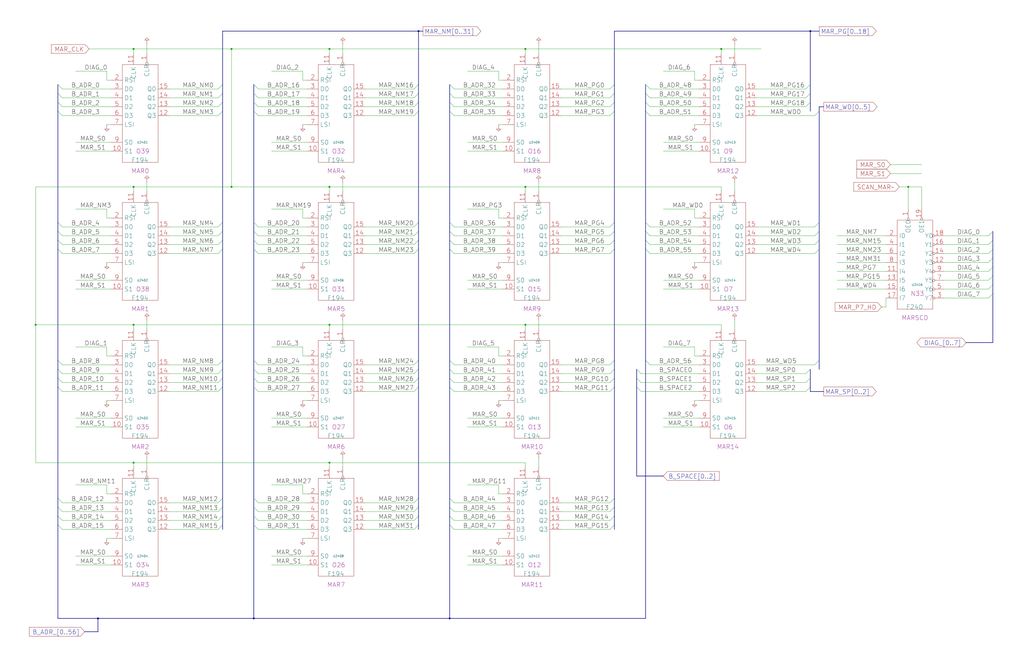
<source format=kicad_sch>
(kicad_sch (version 20220126) (generator eeschema)
  (paper "User" 584.2 378.46)
  (title_block (title "ADDRESS\\nMAR REGISTER") (date "08-MAR-90") (rev "0.0") (comment 1 "MEM32 BOARD") (comment 2 "232-003066") (comment 3 "S400") (comment 4 "RELEASED"))
  (bus (pts (xy 127 127) (xy 127 132.08)))
  (bus (pts (xy 127 132.08) (xy 127 137.16)))
  (bus (pts (xy 127 137.16) (xy 127 142.24)))
  (bus (pts (xy 127 142.24) (xy 127 205.74)))
  (bus (pts (xy 127 17.78) (xy 127 48.26)))
  (bus (pts (xy 127 17.78) (xy 238.76 17.78)))
  (bus (pts (xy 127 205.74) (xy 127 210.82)))
  (bus (pts (xy 127 210.82) (xy 127 215.9)))
  (bus (pts (xy 127 215.9) (xy 127 220.98)))
  (bus (pts (xy 127 220.98) (xy 127 284.48)))
  (bus (pts (xy 127 284.48) (xy 127 289.56)))
  (bus (pts (xy 127 289.56) (xy 127 294.64)))
  (bus (pts (xy 127 294.64) (xy 127 299.72)))
  (bus (pts (xy 127 299.72) (xy 127 302.26)))
  (bus (pts (xy 127 48.26) (xy 127 53.34)))
  (bus (pts (xy 127 53.34) (xy 127 58.42)))
  (bus (pts (xy 127 58.42) (xy 127 63.5)))
  (bus (pts (xy 127 63.5) (xy 127 127)))
  (bus (pts (xy 144.78 127) (xy 144.78 132.08)))
  (bus (pts (xy 144.78 132.08) (xy 144.78 137.16)))
  (bus (pts (xy 144.78 137.16) (xy 144.78 142.24)))
  (bus (pts (xy 144.78 142.24) (xy 144.78 205.74)))
  (bus (pts (xy 144.78 205.74) (xy 144.78 210.82)))
  (bus (pts (xy 144.78 210.82) (xy 144.78 215.9)))
  (bus (pts (xy 144.78 215.9) (xy 144.78 220.98)))
  (bus (pts (xy 144.78 220.98) (xy 144.78 284.48)))
  (bus (pts (xy 144.78 284.48) (xy 144.78 289.56)))
  (bus (pts (xy 144.78 289.56) (xy 144.78 294.64)))
  (bus (pts (xy 144.78 294.64) (xy 144.78 299.72)))
  (bus (pts (xy 144.78 299.72) (xy 144.78 353.06)))
  (bus (pts (xy 144.78 353.06) (xy 256.54 353.06)))
  (bus (pts (xy 144.78 48.26) (xy 144.78 53.34)))
  (bus (pts (xy 144.78 53.34) (xy 144.78 58.42)))
  (bus (pts (xy 144.78 58.42) (xy 144.78 63.5)))
  (bus (pts (xy 144.78 63.5) (xy 144.78 127)))
  (bus (pts (xy 238.76 127) (xy 238.76 132.08)))
  (bus (pts (xy 238.76 132.08) (xy 238.76 137.16)))
  (bus (pts (xy 238.76 137.16) (xy 238.76 142.24)))
  (bus (pts (xy 238.76 142.24) (xy 238.76 205.74)))
  (bus (pts (xy 238.76 17.78) (xy 238.76 48.26)))
  (bus (pts (xy 238.76 17.78) (xy 241.3 17.78)))
  (bus (pts (xy 238.76 205.74) (xy 238.76 210.82)))
  (bus (pts (xy 238.76 210.82) (xy 238.76 215.9)))
  (bus (pts (xy 238.76 215.9) (xy 238.76 220.98)))
  (bus (pts (xy 238.76 220.98) (xy 238.76 284.48)))
  (bus (pts (xy 238.76 284.48) (xy 238.76 289.56)))
  (bus (pts (xy 238.76 289.56) (xy 238.76 294.64)))
  (bus (pts (xy 238.76 294.64) (xy 238.76 299.72)))
  (bus (pts (xy 238.76 299.72) (xy 238.76 302.26)))
  (bus (pts (xy 238.76 48.26) (xy 238.76 53.34)))
  (bus (pts (xy 238.76 53.34) (xy 238.76 58.42)))
  (bus (pts (xy 238.76 58.42) (xy 238.76 63.5)))
  (bus (pts (xy 238.76 63.5) (xy 238.76 127)))
  (bus (pts (xy 256.54 127) (xy 256.54 132.08)))
  (bus (pts (xy 256.54 132.08) (xy 256.54 137.16)))
  (bus (pts (xy 256.54 137.16) (xy 256.54 142.24)))
  (bus (pts (xy 256.54 142.24) (xy 256.54 205.74)))
  (bus (pts (xy 256.54 205.74) (xy 256.54 210.82)))
  (bus (pts (xy 256.54 210.82) (xy 256.54 215.9)))
  (bus (pts (xy 256.54 215.9) (xy 256.54 220.98)))
  (bus (pts (xy 256.54 220.98) (xy 256.54 284.48)))
  (bus (pts (xy 256.54 284.48) (xy 256.54 289.56)))
  (bus (pts (xy 256.54 289.56) (xy 256.54 294.64)))
  (bus (pts (xy 256.54 294.64) (xy 256.54 299.72)))
  (bus (pts (xy 256.54 299.72) (xy 256.54 353.06)))
  (bus (pts (xy 256.54 353.06) (xy 368.3 353.06)))
  (bus (pts (xy 256.54 48.26) (xy 256.54 53.34)))
  (bus (pts (xy 256.54 53.34) (xy 256.54 58.42)))
  (bus (pts (xy 256.54 58.42) (xy 256.54 63.5)))
  (bus (pts (xy 256.54 63.5) (xy 256.54 127)))
  (bus (pts (xy 33.02 127) (xy 33.02 132.08)))
  (bus (pts (xy 33.02 132.08) (xy 33.02 137.16)))
  (bus (pts (xy 33.02 137.16) (xy 33.02 142.24)))
  (bus (pts (xy 33.02 142.24) (xy 33.02 205.74)))
  (bus (pts (xy 33.02 205.74) (xy 33.02 210.82)))
  (bus (pts (xy 33.02 210.82) (xy 33.02 215.9)))
  (bus (pts (xy 33.02 215.9) (xy 33.02 220.98)))
  (bus (pts (xy 33.02 220.98) (xy 33.02 284.48)))
  (bus (pts (xy 33.02 284.48) (xy 33.02 289.56)))
  (bus (pts (xy 33.02 289.56) (xy 33.02 294.64)))
  (bus (pts (xy 33.02 294.64) (xy 33.02 299.72)))
  (bus (pts (xy 33.02 299.72) (xy 33.02 353.06)))
  (bus (pts (xy 33.02 353.06) (xy 55.88 353.06)))
  (bus (pts (xy 33.02 48.26) (xy 33.02 53.34)))
  (bus (pts (xy 33.02 53.34) (xy 33.02 58.42)))
  (bus (pts (xy 33.02 58.42) (xy 33.02 63.5)))
  (bus (pts (xy 33.02 63.5) (xy 33.02 127)))
  (bus (pts (xy 350.52 127) (xy 350.52 132.08)))
  (bus (pts (xy 350.52 132.08) (xy 350.52 137.16)))
  (bus (pts (xy 350.52 137.16) (xy 350.52 142.24)))
  (bus (pts (xy 350.52 142.24) (xy 350.52 205.74)))
  (bus (pts (xy 350.52 17.78) (xy 350.52 48.26)))
  (bus (pts (xy 350.52 17.78) (xy 462.28 17.78)))
  (bus (pts (xy 350.52 205.74) (xy 350.52 210.82)))
  (bus (pts (xy 350.52 210.82) (xy 350.52 215.9)))
  (bus (pts (xy 350.52 215.9) (xy 350.52 220.98)))
  (bus (pts (xy 350.52 220.98) (xy 350.52 284.48)))
  (bus (pts (xy 350.52 284.48) (xy 350.52 289.56)))
  (bus (pts (xy 350.52 289.56) (xy 350.52 294.64)))
  (bus (pts (xy 350.52 294.64) (xy 350.52 299.72)))
  (bus (pts (xy 350.52 299.72) (xy 350.52 302.26)))
  (bus (pts (xy 350.52 48.26) (xy 350.52 53.34)))
  (bus (pts (xy 350.52 53.34) (xy 350.52 58.42)))
  (bus (pts (xy 350.52 58.42) (xy 350.52 63.5)))
  (bus (pts (xy 350.52 63.5) (xy 350.52 127)))
  (bus (pts (xy 363.22 210.82) (xy 363.22 215.9)))
  (bus (pts (xy 363.22 215.9) (xy 363.22 220.98)))
  (bus (pts (xy 363.22 220.98) (xy 363.22 271.78)))
  (bus (pts (xy 363.22 271.78) (xy 378.46 271.78)))
  (bus (pts (xy 368.3 127) (xy 368.3 132.08)))
  (bus (pts (xy 368.3 132.08) (xy 368.3 137.16)))
  (bus (pts (xy 368.3 137.16) (xy 368.3 142.24)))
  (bus (pts (xy 368.3 142.24) (xy 368.3 205.74)))
  (bus (pts (xy 368.3 205.74) (xy 368.3 353.06)))
  (bus (pts (xy 368.3 48.26) (xy 368.3 53.34)))
  (bus (pts (xy 368.3 53.34) (xy 368.3 58.42)))
  (bus (pts (xy 368.3 58.42) (xy 368.3 63.5)))
  (bus (pts (xy 368.3 63.5) (xy 368.3 127)))
  (bus (pts (xy 462.28 17.78) (xy 462.28 48.26)))
  (bus (pts (xy 462.28 17.78) (xy 467.36 17.78)))
  (bus (pts (xy 462.28 210.82) (xy 462.28 215.9)))
  (bus (pts (xy 462.28 215.9) (xy 462.28 220.98)))
  (bus (pts (xy 462.28 220.98) (xy 462.28 223.52)))
  (bus (pts (xy 462.28 223.52) (xy 469.9 223.52)))
  (bus (pts (xy 462.28 48.26) (xy 462.28 53.34)))
  (bus (pts (xy 462.28 53.34) (xy 462.28 58.42)))
  (bus (pts (xy 462.28 58.42) (xy 462.28 63.5)))
  (bus (pts (xy 467.36 127) (xy 467.36 132.08)))
  (bus (pts (xy 467.36 132.08) (xy 467.36 137.16)))
  (bus (pts (xy 467.36 137.16) (xy 467.36 142.24)))
  (bus (pts (xy 467.36 142.24) (xy 467.36 205.74)))
  (bus (pts (xy 467.36 205.74) (xy 467.36 210.82)))
  (bus (pts (xy 467.36 60.96) (xy 467.36 63.5)))
  (bus (pts (xy 467.36 60.96) (xy 469.9 60.96)))
  (bus (pts (xy 467.36 63.5) (xy 467.36 127)))
  (bus (pts (xy 48.26 360.68) (xy 55.88 360.68)))
  (bus (pts (xy 55.88 353.06) (xy 144.78 353.06)))
  (bus (pts (xy 55.88 360.68) (xy 55.88 353.06)))
  (bus (pts (xy 551.18 195.58) (xy 566.42 195.58)))
  (bus (pts (xy 566.42 132.08) (xy 566.42 137.16)))
  (bus (pts (xy 566.42 137.16) (xy 566.42 142.24)))
  (bus (pts (xy 566.42 142.24) (xy 566.42 147.32)))
  (bus (pts (xy 566.42 147.32) (xy 566.42 152.4)))
  (bus (pts (xy 566.42 152.4) (xy 566.42 157.48)))
  (bus (pts (xy 566.42 157.48) (xy 566.42 162.56)))
  (bus (pts (xy 566.42 162.56) (xy 566.42 167.64)))
  (bus (pts (xy 566.42 167.64) (xy 566.42 195.58)))
  (wire (pts (xy 132.08 106.68) (xy 76.2 106.68)))
  (wire (pts (xy 132.08 27.94) (xy 132.08 106.68)))
  (wire (pts (xy 132.08 27.94) (xy 187.96 27.94)))
  (wire (pts (xy 147.32 129.54) (xy 175.26 129.54)))
  (wire (pts (xy 147.32 134.62) (xy 175.26 134.62)))
  (wire (pts (xy 147.32 139.7) (xy 175.26 139.7)))
  (wire (pts (xy 147.32 144.78) (xy 175.26 144.78)))
  (wire (pts (xy 147.32 208.28) (xy 175.26 208.28)))
  (wire (pts (xy 147.32 213.36) (xy 175.26 213.36)))
  (wire (pts (xy 147.32 218.44) (xy 175.26 218.44)))
  (wire (pts (xy 147.32 223.52) (xy 175.26 223.52)))
  (wire (pts (xy 147.32 287.02) (xy 175.26 287.02)))
  (wire (pts (xy 147.32 292.1) (xy 175.26 292.1)))
  (wire (pts (xy 147.32 297.18) (xy 175.26 297.18)))
  (wire (pts (xy 147.32 302.26) (xy 175.26 302.26)))
  (wire (pts (xy 147.32 50.8) (xy 175.26 50.8)))
  (wire (pts (xy 147.32 55.88) (xy 175.26 55.88)))
  (wire (pts (xy 147.32 60.96) (xy 175.26 60.96)))
  (wire (pts (xy 147.32 66.04) (xy 175.26 66.04)))
  (wire (pts (xy 154.94 119.38) (xy 172.72 119.38)))
  (wire (pts (xy 154.94 160.02) (xy 175.26 160.02)))
  (wire (pts (xy 154.94 165.1) (xy 175.26 165.1)))
  (wire (pts (xy 154.94 198.12) (xy 172.72 198.12)))
  (wire (pts (xy 154.94 238.76) (xy 175.26 238.76)))
  (wire (pts (xy 154.94 243.84) (xy 175.26 243.84)))
  (wire (pts (xy 154.94 276.86) (xy 172.72 276.86)))
  (wire (pts (xy 154.94 317.5) (xy 175.26 317.5)))
  (wire (pts (xy 154.94 322.58) (xy 175.26 322.58)))
  (wire (pts (xy 154.94 40.64) (xy 172.72 40.64)))
  (wire (pts (xy 154.94 81.28) (xy 175.26 81.28)))
  (wire (pts (xy 154.94 86.36) (xy 175.26 86.36)))
  (wire (pts (xy 172.72 124.46) (xy 172.72 119.38)))
  (wire (pts (xy 172.72 149.86) (xy 175.26 149.86)))
  (wire (pts (xy 172.72 203.2) (xy 172.72 198.12)))
  (wire (pts (xy 172.72 228.6) (xy 175.26 228.6)))
  (wire (pts (xy 172.72 281.94) (xy 172.72 276.86)))
  (wire (pts (xy 172.72 307.34) (xy 175.26 307.34)))
  (wire (pts (xy 172.72 45.72) (xy 172.72 40.64)))
  (wire (pts (xy 172.72 71.12) (xy 175.26 71.12)))
  (wire (pts (xy 175.26 124.46) (xy 172.72 124.46)))
  (wire (pts (xy 175.26 203.2) (xy 172.72 203.2)))
  (wire (pts (xy 175.26 281.94) (xy 172.72 281.94)))
  (wire (pts (xy 175.26 45.72) (xy 172.72 45.72)))
  (wire (pts (xy 187.96 106.68) (xy 132.08 106.68)))
  (wire (pts (xy 187.96 106.68) (xy 187.96 109.22)))
  (wire (pts (xy 187.96 185.42) (xy 187.96 187.96)))
  (wire (pts (xy 187.96 185.42) (xy 299.72 185.42)))
  (wire (pts (xy 187.96 264.16) (xy 187.96 266.7)))
  (wire (pts (xy 187.96 264.16) (xy 299.72 264.16)))
  (wire (pts (xy 187.96 27.94) (xy 187.96 30.48)))
  (wire (pts (xy 187.96 27.94) (xy 299.72 27.94)))
  (wire (pts (xy 195.58 104.14) (xy 195.58 109.22)))
  (wire (pts (xy 195.58 182.88) (xy 195.58 187.96)))
  (wire (pts (xy 195.58 25.4) (xy 195.58 30.48)))
  (wire (pts (xy 195.58 261.62) (xy 195.58 266.7)))
  (wire (pts (xy 20.32 106.68) (xy 20.32 185.42)))
  (wire (pts (xy 20.32 185.42) (xy 20.32 264.16)))
  (wire (pts (xy 20.32 185.42) (xy 76.2 185.42)))
  (wire (pts (xy 20.32 264.16) (xy 76.2 264.16)))
  (wire (pts (xy 208.28 129.54) (xy 236.22 129.54)))
  (wire (pts (xy 208.28 134.62) (xy 236.22 134.62)))
  (wire (pts (xy 208.28 139.7) (xy 236.22 139.7)))
  (wire (pts (xy 208.28 144.78) (xy 236.22 144.78)))
  (wire (pts (xy 208.28 208.28) (xy 236.22 208.28)))
  (wire (pts (xy 208.28 213.36) (xy 236.22 213.36)))
  (wire (pts (xy 208.28 218.44) (xy 236.22 218.44)))
  (wire (pts (xy 208.28 223.52) (xy 236.22 223.52)))
  (wire (pts (xy 208.28 287.02) (xy 236.22 287.02)))
  (wire (pts (xy 208.28 292.1) (xy 236.22 292.1)))
  (wire (pts (xy 208.28 297.18) (xy 236.22 297.18)))
  (wire (pts (xy 208.28 302.26) (xy 236.22 302.26)))
  (wire (pts (xy 208.28 50.8) (xy 236.22 50.8)))
  (wire (pts (xy 208.28 55.88) (xy 236.22 55.88)))
  (wire (pts (xy 208.28 60.96) (xy 236.22 60.96)))
  (wire (pts (xy 208.28 66.04) (xy 236.22 66.04)))
  (wire (pts (xy 259.08 129.54) (xy 287.02 129.54)))
  (wire (pts (xy 259.08 134.62) (xy 287.02 134.62)))
  (wire (pts (xy 259.08 139.7) (xy 287.02 139.7)))
  (wire (pts (xy 259.08 144.78) (xy 287.02 144.78)))
  (wire (pts (xy 259.08 208.28) (xy 287.02 208.28)))
  (wire (pts (xy 259.08 213.36) (xy 287.02 213.36)))
  (wire (pts (xy 259.08 218.44) (xy 287.02 218.44)))
  (wire (pts (xy 259.08 223.52) (xy 287.02 223.52)))
  (wire (pts (xy 259.08 287.02) (xy 287.02 287.02)))
  (wire (pts (xy 259.08 292.1) (xy 287.02 292.1)))
  (wire (pts (xy 259.08 297.18) (xy 287.02 297.18)))
  (wire (pts (xy 259.08 302.26) (xy 287.02 302.26)))
  (wire (pts (xy 259.08 50.8) (xy 287.02 50.8)))
  (wire (pts (xy 259.08 55.88) (xy 287.02 55.88)))
  (wire (pts (xy 259.08 60.96) (xy 287.02 60.96)))
  (wire (pts (xy 259.08 66.04) (xy 287.02 66.04)))
  (wire (pts (xy 266.7 119.38) (xy 284.48 119.38)))
  (wire (pts (xy 266.7 160.02) (xy 287.02 160.02)))
  (wire (pts (xy 266.7 165.1) (xy 287.02 165.1)))
  (wire (pts (xy 266.7 198.12) (xy 284.48 198.12)))
  (wire (pts (xy 266.7 238.76) (xy 287.02 238.76)))
  (wire (pts (xy 266.7 243.84) (xy 287.02 243.84)))
  (wire (pts (xy 266.7 276.86) (xy 284.48 276.86)))
  (wire (pts (xy 266.7 317.5) (xy 287.02 317.5)))
  (wire (pts (xy 266.7 322.58) (xy 287.02 322.58)))
  (wire (pts (xy 266.7 40.64) (xy 284.48 40.64)))
  (wire (pts (xy 266.7 81.28) (xy 287.02 81.28)))
  (wire (pts (xy 266.7 86.36) (xy 287.02 86.36)))
  (wire (pts (xy 284.48 124.46) (xy 284.48 119.38)))
  (wire (pts (xy 284.48 149.86) (xy 287.02 149.86)))
  (wire (pts (xy 284.48 203.2) (xy 284.48 198.12)))
  (wire (pts (xy 284.48 228.6) (xy 287.02 228.6)))
  (wire (pts (xy 284.48 281.94) (xy 284.48 276.86)))
  (wire (pts (xy 284.48 307.34) (xy 287.02 307.34)))
  (wire (pts (xy 284.48 45.72) (xy 284.48 40.64)))
  (wire (pts (xy 284.48 71.12) (xy 287.02 71.12)))
  (wire (pts (xy 287.02 124.46) (xy 284.48 124.46)))
  (wire (pts (xy 287.02 203.2) (xy 284.48 203.2)))
  (wire (pts (xy 287.02 281.94) (xy 284.48 281.94)))
  (wire (pts (xy 287.02 45.72) (xy 284.48 45.72)))
  (wire (pts (xy 299.72 106.68) (xy 187.96 106.68)))
  (wire (pts (xy 299.72 106.68) (xy 299.72 109.22)))
  (wire (pts (xy 299.72 106.68) (xy 411.48 106.68)))
  (wire (pts (xy 299.72 185.42) (xy 299.72 187.96)))
  (wire (pts (xy 299.72 185.42) (xy 411.48 185.42)))
  (wire (pts (xy 299.72 264.16) (xy 299.72 266.7)))
  (wire (pts (xy 299.72 27.94) (xy 299.72 30.48)))
  (wire (pts (xy 299.72 27.94) (xy 411.48 27.94)))
  (wire (pts (xy 307.34 104.14) (xy 307.34 109.22)))
  (wire (pts (xy 307.34 182.88) (xy 307.34 187.96)))
  (wire (pts (xy 307.34 25.4) (xy 307.34 30.48)))
  (wire (pts (xy 307.34 261.62) (xy 307.34 266.7)))
  (wire (pts (xy 320.04 129.54) (xy 347.98 129.54)))
  (wire (pts (xy 320.04 134.62) (xy 347.98 134.62)))
  (wire (pts (xy 320.04 139.7) (xy 347.98 139.7)))
  (wire (pts (xy 320.04 144.78) (xy 347.98 144.78)))
  (wire (pts (xy 320.04 208.28) (xy 347.98 208.28)))
  (wire (pts (xy 320.04 213.36) (xy 347.98 213.36)))
  (wire (pts (xy 320.04 218.44) (xy 347.98 218.44)))
  (wire (pts (xy 320.04 223.52) (xy 347.98 223.52)))
  (wire (pts (xy 320.04 287.02) (xy 347.98 287.02)))
  (wire (pts (xy 320.04 292.1) (xy 347.98 292.1)))
  (wire (pts (xy 320.04 297.18) (xy 347.98 297.18)))
  (wire (pts (xy 320.04 302.26) (xy 347.98 302.26)))
  (wire (pts (xy 320.04 50.8) (xy 347.98 50.8)))
  (wire (pts (xy 320.04 55.88) (xy 347.98 55.88)))
  (wire (pts (xy 320.04 60.96) (xy 347.98 60.96)))
  (wire (pts (xy 320.04 66.04) (xy 347.98 66.04)))
  (wire (pts (xy 35.56 129.54) (xy 63.5 129.54)))
  (wire (pts (xy 35.56 134.62) (xy 63.5 134.62)))
  (wire (pts (xy 35.56 139.7) (xy 63.5 139.7)))
  (wire (pts (xy 35.56 144.78) (xy 63.5 144.78)))
  (wire (pts (xy 35.56 208.28) (xy 63.5 208.28)))
  (wire (pts (xy 35.56 213.36) (xy 63.5 213.36)))
  (wire (pts (xy 35.56 218.44) (xy 63.5 218.44)))
  (wire (pts (xy 35.56 223.52) (xy 63.5 223.52)))
  (wire (pts (xy 35.56 287.02) (xy 63.5 287.02)))
  (wire (pts (xy 35.56 292.1) (xy 63.5 292.1)))
  (wire (pts (xy 35.56 297.18) (xy 63.5 297.18)))
  (wire (pts (xy 35.56 302.26) (xy 63.5 302.26)))
  (wire (pts (xy 35.56 50.8) (xy 63.5 50.8)))
  (wire (pts (xy 35.56 55.88) (xy 63.5 55.88)))
  (wire (pts (xy 35.56 60.96) (xy 63.5 60.96)))
  (wire (pts (xy 35.56 66.04) (xy 63.5 66.04)))
  (wire (pts (xy 365.76 213.36) (xy 398.78 213.36)))
  (wire (pts (xy 365.76 218.44) (xy 398.78 218.44)))
  (wire (pts (xy 365.76 223.52) (xy 398.78 223.52)))
  (wire (pts (xy 370.84 129.54) (xy 398.78 129.54)))
  (wire (pts (xy 370.84 134.62) (xy 398.78 134.62)))
  (wire (pts (xy 370.84 139.7) (xy 398.78 139.7)))
  (wire (pts (xy 370.84 144.78) (xy 398.78 144.78)))
  (wire (pts (xy 370.84 208.28) (xy 398.78 208.28)))
  (wire (pts (xy 370.84 50.8) (xy 398.78 50.8)))
  (wire (pts (xy 370.84 55.88) (xy 398.78 55.88)))
  (wire (pts (xy 370.84 60.96) (xy 398.78 60.96)))
  (wire (pts (xy 370.84 66.04) (xy 398.78 66.04)))
  (wire (pts (xy 378.46 119.38) (xy 396.24 119.38)))
  (wire (pts (xy 378.46 160.02) (xy 398.78 160.02)))
  (wire (pts (xy 378.46 165.1) (xy 398.78 165.1)))
  (wire (pts (xy 378.46 198.12) (xy 396.24 198.12)))
  (wire (pts (xy 378.46 238.76) (xy 398.78 238.76)))
  (wire (pts (xy 378.46 243.84) (xy 398.78 243.84)))
  (wire (pts (xy 378.46 40.64) (xy 396.24 40.64)))
  (wire (pts (xy 378.46 81.28) (xy 398.78 81.28)))
  (wire (pts (xy 378.46 86.36) (xy 398.78 86.36)))
  (wire (pts (xy 396.24 124.46) (xy 396.24 119.38)))
  (wire (pts (xy 396.24 149.86) (xy 398.78 149.86)))
  (wire (pts (xy 396.24 203.2) (xy 396.24 198.12)))
  (wire (pts (xy 396.24 228.6) (xy 398.78 228.6)))
  (wire (pts (xy 396.24 45.72) (xy 396.24 40.64)))
  (wire (pts (xy 396.24 71.12) (xy 398.78 71.12)))
  (wire (pts (xy 398.78 124.46) (xy 396.24 124.46)))
  (wire (pts (xy 398.78 203.2) (xy 396.24 203.2)))
  (wire (pts (xy 398.78 45.72) (xy 396.24 45.72)))
  (wire (pts (xy 411.48 106.68) (xy 411.48 109.22)))
  (wire (pts (xy 411.48 185.42) (xy 411.48 187.96)))
  (wire (pts (xy 411.48 27.94) (xy 411.48 30.48)))
  (wire (pts (xy 411.48 27.94) (xy 434.34 27.94)))
  (wire (pts (xy 419.1 104.14) (xy 419.1 109.22)))
  (wire (pts (xy 419.1 182.88) (xy 419.1 187.96)))
  (wire (pts (xy 419.1 25.4) (xy 419.1 30.48)))
  (wire (pts (xy 43.18 119.38) (xy 60.96 119.38)))
  (wire (pts (xy 43.18 160.02) (xy 63.5 160.02)))
  (wire (pts (xy 43.18 165.1) (xy 63.5 165.1)))
  (wire (pts (xy 43.18 198.12) (xy 60.96 198.12)))
  (wire (pts (xy 43.18 238.76) (xy 63.5 238.76)))
  (wire (pts (xy 43.18 243.84) (xy 63.5 243.84)))
  (wire (pts (xy 43.18 276.86) (xy 60.96 276.86)))
  (wire (pts (xy 43.18 317.5) (xy 63.5 317.5)))
  (wire (pts (xy 43.18 322.58) (xy 63.5 322.58)))
  (wire (pts (xy 43.18 40.64) (xy 60.96 40.64)))
  (wire (pts (xy 43.18 81.28) (xy 63.5 81.28)))
  (wire (pts (xy 43.18 86.36) (xy 63.5 86.36)))
  (wire (pts (xy 431.8 129.54) (xy 464.82 129.54)))
  (wire (pts (xy 431.8 134.62) (xy 464.82 134.62)))
  (wire (pts (xy 431.8 139.7) (xy 464.82 139.7)))
  (wire (pts (xy 431.8 144.78) (xy 464.82 144.78)))
  (wire (pts (xy 431.8 208.28) (xy 464.82 208.28)))
  (wire (pts (xy 431.8 213.36) (xy 459.74 213.36)))
  (wire (pts (xy 431.8 218.44) (xy 459.74 218.44)))
  (wire (pts (xy 431.8 223.52) (xy 459.74 223.52)))
  (wire (pts (xy 431.8 50.8) (xy 459.74 50.8)))
  (wire (pts (xy 431.8 55.88) (xy 459.74 55.88)))
  (wire (pts (xy 431.8 60.96) (xy 459.74 60.96)))
  (wire (pts (xy 431.8 66.04) (xy 464.82 66.04)))
  (wire (pts (xy 477.52 134.62) (xy 505.46 134.62)))
  (wire (pts (xy 477.52 139.7) (xy 505.46 139.7)))
  (wire (pts (xy 477.52 144.78) (xy 505.46 144.78)))
  (wire (pts (xy 477.52 149.86) (xy 505.46 149.86)))
  (wire (pts (xy 477.52 154.94) (xy 505.46 154.94)))
  (wire (pts (xy 477.52 160.02) (xy 505.46 160.02)))
  (wire (pts (xy 477.52 165.1) (xy 505.46 165.1)))
  (wire (pts (xy 50.8 27.94) (xy 76.2 27.94)))
  (wire (pts (xy 502.92 175.26) (xy 505.46 175.26)))
  (wire (pts (xy 505.46 170.18) (xy 505.46 175.26)))
  (wire (pts (xy 508 93.98) (xy 525.78 93.98)))
  (wire (pts (xy 508 99.06) (xy 525.78 99.06)))
  (wire (pts (xy 513.08 106.68) (xy 518.16 106.68)))
  (wire (pts (xy 518.16 106.68) (xy 518.16 119.38)))
  (wire (pts (xy 518.16 106.68) (xy 525.78 106.68)))
  (wire (pts (xy 525.78 106.68) (xy 525.78 119.38)))
  (wire (pts (xy 538.48 134.62) (xy 563.88 134.62)))
  (wire (pts (xy 538.48 139.7) (xy 563.88 139.7)))
  (wire (pts (xy 538.48 144.78) (xy 563.88 144.78)))
  (wire (pts (xy 538.48 149.86) (xy 563.88 149.86)))
  (wire (pts (xy 538.48 154.94) (xy 563.88 154.94)))
  (wire (pts (xy 538.48 160.02) (xy 563.88 160.02)))
  (wire (pts (xy 538.48 165.1) (xy 563.88 165.1)))
  (wire (pts (xy 538.48 170.18) (xy 563.88 170.18)))
  (wire (pts (xy 60.96 124.46) (xy 60.96 119.38)))
  (wire (pts (xy 60.96 149.86) (xy 63.5 149.86)))
  (wire (pts (xy 60.96 203.2) (xy 60.96 198.12)))
  (wire (pts (xy 60.96 228.6) (xy 63.5 228.6)))
  (wire (pts (xy 60.96 281.94) (xy 60.96 276.86)))
  (wire (pts (xy 60.96 307.34) (xy 63.5 307.34)))
  (wire (pts (xy 60.96 45.72) (xy 60.96 40.64)))
  (wire (pts (xy 60.96 71.12) (xy 63.5 71.12)))
  (wire (pts (xy 63.5 124.46) (xy 60.96 124.46)))
  (wire (pts (xy 63.5 203.2) (xy 60.96 203.2)))
  (wire (pts (xy 63.5 281.94) (xy 60.96 281.94)))
  (wire (pts (xy 63.5 45.72) (xy 60.96 45.72)))
  (wire (pts (xy 76.2 106.68) (xy 20.32 106.68)))
  (wire (pts (xy 76.2 106.68) (xy 76.2 109.22)))
  (wire (pts (xy 76.2 185.42) (xy 187.96 185.42)))
  (wire (pts (xy 76.2 185.42) (xy 76.2 187.96)))
  (wire (pts (xy 76.2 264.16) (xy 187.96 264.16)))
  (wire (pts (xy 76.2 264.16) (xy 76.2 266.7)))
  (wire (pts (xy 76.2 27.94) (xy 132.08 27.94)))
  (wire (pts (xy 76.2 27.94) (xy 76.2 30.48)))
  (wire (pts (xy 83.82 104.14) (xy 83.82 109.22)))
  (wire (pts (xy 83.82 182.88) (xy 83.82 187.96)))
  (wire (pts (xy 83.82 25.4) (xy 83.82 30.48)))
  (wire (pts (xy 83.82 261.62) (xy 83.82 266.7)))
  (wire (pts (xy 96.52 129.54) (xy 124.46 129.54)))
  (wire (pts (xy 96.52 134.62) (xy 124.46 134.62)))
  (wire (pts (xy 96.52 139.7) (xy 124.46 139.7)))
  (wire (pts (xy 96.52 144.78) (xy 124.46 144.78)))
  (wire (pts (xy 96.52 208.28) (xy 124.46 208.28)))
  (wire (pts (xy 96.52 213.36) (xy 124.46 213.36)))
  (wire (pts (xy 96.52 218.44) (xy 124.46 218.44)))
  (wire (pts (xy 96.52 223.52) (xy 124.46 223.52)))
  (wire (pts (xy 96.52 287.02) (xy 124.46 287.02)))
  (wire (pts (xy 96.52 292.1) (xy 124.46 292.1)))
  (wire (pts (xy 96.52 297.18) (xy 124.46 297.18)))
  (wire (pts (xy 96.52 302.26) (xy 124.46 302.26)))
  (wire (pts (xy 96.52 50.8) (xy 124.46 50.8)))
  (wire (pts (xy 96.52 55.88) (xy 124.46 55.88)))
  (wire (pts (xy 96.52 60.96) (xy 124.46 60.96)))
  (wire (pts (xy 96.52 66.04) (xy 124.46 66.04)))
  (junction (at 20.32 185.42))
  (bus_entry (at 33.02 48.26) (size 2.54 2.54))
  (bus_entry (at 33.02 53.34) (size 2.54 2.54))
  (bus_entry (at 33.02 58.42) (size 2.54 2.54))
  (bus_entry (at 33.02 63.5) (size 2.54 2.54))
  (bus_entry (at 33.02 127) (size 2.54 2.54))
  (bus_entry (at 33.02 132.08) (size 2.54 2.54))
  (bus_entry (at 33.02 137.16) (size 2.54 2.54))
  (bus_entry (at 33.02 142.24) (size 2.54 2.54))
  (bus_entry (at 33.02 205.74) (size 2.54 2.54))
  (bus_entry (at 33.02 210.82) (size 2.54 2.54))
  (bus_entry (at 33.02 215.9) (size 2.54 2.54))
  (bus_entry (at 33.02 220.98) (size 2.54 2.54))
  (bus_entry (at 33.02 284.48) (size 2.54 2.54))
  (bus_entry (at 33.02 289.56) (size 2.54 2.54))
  (bus_entry (at 33.02 294.64) (size 2.54 2.54))
  (bus_entry (at 33.02 299.72) (size 2.54 2.54))
  (label "B_ADR_0" (at 40.64 50.8 0) (effects (font (size 2.54 2.54))))
  (label "B_ADR_1" (at 40.64 55.88 0) (effects (font (size 2.54 2.54))))
  (label "B_ADR_2" (at 40.64 60.96 0) (effects (font (size 2.54 2.54))))
  (label "B_ADR_3" (at 40.64 66.04 0) (effects (font (size 2.54 2.54))))
  (label "B_ADR_4" (at 40.64 129.54 0) (effects (font (size 2.54 2.54))))
  (label "B_ADR_5" (at 40.64 134.62 0) (effects (font (size 2.54 2.54))))
  (label "B_ADR_6" (at 40.64 139.7 0) (effects (font (size 2.54 2.54))))
  (label "B_ADR_7" (at 40.64 144.78 0) (effects (font (size 2.54 2.54))))
  (label "B_ADR_8" (at 40.64 208.28 0) (effects (font (size 2.54 2.54))))
  (label "B_ADR_9" (at 40.64 213.36 0) (effects (font (size 2.54 2.54))))
  (label "B_ADR_10" (at 40.64 218.44 0) (effects (font (size 2.54 2.54))))
  (label "B_ADR_11" (at 40.64 223.52 0) (effects (font (size 2.54 2.54))))
  (label "B_ADR_12" (at 40.64 287.02 0) (effects (font (size 2.54 2.54))))
  (label "B_ADR_13" (at 40.64 292.1 0) (effects (font (size 2.54 2.54))))
  (label "B_ADR_14" (at 40.64 297.18 0) (effects (font (size 2.54 2.54))))
  (label "B_ADR_15" (at 40.64 302.26 0) (effects (font (size 2.54 2.54))))
  (label "MAR_S0" (at 45.72 81.28 0) (effects (font (size 2.54 2.54))))
  (label "MAR_S1" (at 45.72 86.36 0) (effects (font (size 2.54 2.54))))
  (label "MAR_NM3" (at 45.72 119.38 0) (effects (font (size 2.54 2.54))))
  (label "MAR_S0" (at 45.72 160.02 0) (effects (font (size 2.54 2.54))))
  (label "MAR_S1" (at 45.72 165.1 0) (effects (font (size 2.54 2.54))))
  (label "MAR_S0" (at 45.72 238.76 0) (effects (font (size 2.54 2.54))))
  (label "MAR_S1" (at 45.72 243.84 0) (effects (font (size 2.54 2.54))))
  (label "MAR_NM11" (at 45.72 276.86 0) (effects (font (size 2.54 2.54))))
  (label "MAR_S0" (at 45.72 317.5 0) (effects (font (size 2.54 2.54))))
  (label "MAR_S1" (at 45.72 322.58 0) (effects (font (size 2.54 2.54))))
  (label "DIAG_0" (at 48.26 40.64 0) (effects (font (size 2.54 2.54))))
  (label "DIAG_1" (at 48.26 198.12 0) (effects (font (size 2.54 2.54))))
  (global_label "B_ADR_[0..56]" (shape input) (at 48.26 360.68 180) (effects (font (size 2.54 2.54))) (property "Intersheet References" "${INTERSHEET_REFS}" (at 16.7035 360.5213 0) (effects (font (size 1.905 1.905)) (justify right))))
  (global_label "MAR_CLK" (shape input) (at 50.8 27.94 180) (effects (font (size 2.54 2.54))) (property "Intersheet References" "${INTERSHEET_REFS}" (at 29.2826 27.7813 0) (effects (font (size 1.905 1.905)) (justify right))))
  (junction (at 55.88 353.06))
  (symbol (lib_id "r1000:PD") (at 60.96 71.12 0) (unit 1) (in_bom no)
    (property "Reference" "#PWR02401" (effects hide))
    (property "Value" "PD" (effects hide))
  )
  (symbol (lib_id "r1000:PD") (at 60.96 149.86 0) (unit 1) (in_bom no)
    (property "Reference" "#PWR02402" (effects hide))
    (property "Value" "PD" (effects hide))
  )
  (symbol (lib_id "r1000:PD") (at 60.96 228.6 0) (unit 1) (in_bom no)
    (property "Reference" "#PWR02403" (effects hide))
    (property "Value" "PD" (effects hide))
  )
  (symbol (lib_id "r1000:PD") (at 60.96 307.34 0) (unit 1) (in_bom no)
    (property "Reference" "#PWR02404" (effects hide))
    (property "Value" "PD" (effects hide))
  )
  (junction (at 76.2 27.94))
  (junction (at 76.2 106.68))
  (junction (at 76.2 185.42))
  (junction (at 76.2 264.16))
  (symbol (lib_id "r1000:F194") (at 78.74 86.36 0) (unit 1)
    (property "Reference" "U2401" (at 81.28 81.28 0))
    (property "Value" "F194" (at 74.93 91.44 0) (effects (font (size 2.54 2.54)) (justify left)))
    (property "Location" "O39" (at 77.47 86.36 0) (effects (font (size 2.54 2.54)) (justify left)))
    (property "Name" "MAR0" (at 80.01 99.06 0) (effects (font (size 2.54 2.54)) (justify bottom)))
  )
  (symbol (lib_id "r1000:F194") (at 78.74 165.1 0) (unit 1)
    (property "Reference" "U2402" (at 81.28 160.02 0))
    (property "Value" "F194" (at 74.93 170.18 0) (effects (font (size 2.54 2.54)) (justify left)))
    (property "Location" "O38" (at 77.47 165.1 0) (effects (font (size 2.54 2.54)) (justify left)))
    (property "Name" "MAR1" (at 80.01 177.8 0) (effects (font (size 2.54 2.54)) (justify bottom)))
  )
  (symbol (lib_id "r1000:F194") (at 78.74 243.84 0) (unit 1)
    (property "Reference" "U2403" (at 81.28 238.76 0))
    (property "Value" "F194" (at 74.93 248.92 0) (effects (font (size 2.54 2.54)) (justify left)))
    (property "Location" "O35" (at 77.47 243.84 0) (effects (font (size 2.54 2.54)) (justify left)))
    (property "Name" "MAR2" (at 80.01 256.54 0) (effects (font (size 2.54 2.54)) (justify bottom)))
  )
  (symbol (lib_id "r1000:F194") (at 78.74 322.58 0) (unit 1)
    (property "Reference" "U2404" (at 81.28 317.5 0))
    (property "Value" "F194" (at 74.93 327.66 0) (effects (font (size 2.54 2.54)) (justify left)))
    (property "Location" "O34" (at 77.47 322.58 0) (effects (font (size 2.54 2.54)) (justify left)))
    (property "Name" "MAR3" (at 80.01 335.28 0) (effects (font (size 2.54 2.54)) (justify bottom)))
  )
  (symbol (lib_id "r1000:PU") (at 83.82 25.4 0) (unit 1)
    (property "Reference" "#PWR02405" (effects hide))
    (property "Value" "PU" (effects hide))
  )
  (symbol (lib_id "r1000:PU") (at 83.82 104.14 0) (unit 1)
    (property "Reference" "#PWR02406" (effects hide))
    (property "Value" "PU" (effects hide))
  )
  (symbol (lib_id "r1000:PU") (at 83.82 182.88 0) (unit 1)
    (property "Reference" "#PWR02407" (effects hide))
    (property "Value" "PU" (effects hide))
  )
  (symbol (lib_id "r1000:PU") (at 83.82 261.62 0) (unit 1)
    (property "Reference" "#PWR02408" (effects hide))
    (property "Value" "PU" (effects hide))
  )
  (label "MAR_NM0" (at 104.14 50.8 0) (effects (font (size 2.54 2.54))))
  (label "MAR_NM1" (at 104.14 55.88 0) (effects (font (size 2.54 2.54))))
  (label "MAR_NM2" (at 104.14 60.96 0) (effects (font (size 2.54 2.54))))
  (label "MAR_NM3" (at 104.14 66.04 0) (effects (font (size 2.54 2.54))))
  (label "MAR_NM4" (at 104.14 129.54 0) (effects (font (size 2.54 2.54))))
  (label "MAR_NM5" (at 104.14 134.62 0) (effects (font (size 2.54 2.54))))
  (label "MAR_NM6" (at 104.14 139.7 0) (effects (font (size 2.54 2.54))))
  (label "MAR_NM7" (at 104.14 144.78 0) (effects (font (size 2.54 2.54))))
  (label "MAR_NM8" (at 104.14 208.28 0) (effects (font (size 2.54 2.54))))
  (label "MAR_NM9" (at 104.14 213.36 0) (effects (font (size 2.54 2.54))))
  (label "MAR_NM10" (at 104.14 218.44 0) (effects (font (size 2.54 2.54))))
  (label "MAR_NM11" (at 104.14 223.52 0) (effects (font (size 2.54 2.54))))
  (label "MAR_NM12" (at 104.14 287.02 0) (effects (font (size 2.54 2.54))))
  (label "MAR_NM13" (at 104.14 292.1 0) (effects (font (size 2.54 2.54))))
  (label "MAR_NM14" (at 104.14 297.18 0) (effects (font (size 2.54 2.54))))
  (label "MAR_NM15" (at 104.14 302.26 0) (effects (font (size 2.54 2.54))))
  (bus_entry (at 127 48.26) (size -2.54 2.54))
  (bus_entry (at 127 53.34) (size -2.54 2.54))
  (bus_entry (at 127 58.42) (size -2.54 2.54))
  (bus_entry (at 127 63.5) (size -2.54 2.54))
  (bus_entry (at 127 127) (size -2.54 2.54))
  (bus_entry (at 127 132.08) (size -2.54 2.54))
  (bus_entry (at 127 137.16) (size -2.54 2.54))
  (bus_entry (at 127 142.24) (size -2.54 2.54))
  (bus_entry (at 127 205.74) (size -2.54 2.54))
  (bus_entry (at 127 210.82) (size -2.54 2.54))
  (bus_entry (at 127 215.9) (size -2.54 2.54))
  (bus_entry (at 127 220.98) (size -2.54 2.54))
  (bus_entry (at 127 284.48) (size -2.54 2.54))
  (bus_entry (at 127 289.56) (size -2.54 2.54))
  (bus_entry (at 127 294.64) (size -2.54 2.54))
  (bus_entry (at 127 299.72) (size -2.54 2.54))
  (junction (at 132.08 27.94))
  (junction (at 132.08 106.68))
  (bus_entry (at 144.78 48.26) (size 2.54 2.54))
  (bus_entry (at 144.78 53.34) (size 2.54 2.54))
  (bus_entry (at 144.78 58.42) (size 2.54 2.54))
  (bus_entry (at 144.78 63.5) (size 2.54 2.54))
  (bus_entry (at 144.78 127) (size 2.54 2.54))
  (bus_entry (at 144.78 132.08) (size 2.54 2.54))
  (bus_entry (at 144.78 137.16) (size 2.54 2.54))
  (bus_entry (at 144.78 142.24) (size 2.54 2.54))
  (bus_entry (at 144.78 205.74) (size 2.54 2.54))
  (bus_entry (at 144.78 210.82) (size 2.54 2.54))
  (bus_entry (at 144.78 215.9) (size 2.54 2.54))
  (bus_entry (at 144.78 220.98) (size 2.54 2.54))
  (bus_entry (at 144.78 284.48) (size 2.54 2.54))
  (bus_entry (at 144.78 289.56) (size 2.54 2.54))
  (bus_entry (at 144.78 294.64) (size 2.54 2.54))
  (bus_entry (at 144.78 299.72) (size 2.54 2.54))
  (junction (at 144.78 353.06))
  (label "B_ADR_16" (at 152.4 50.8 0) (effects (font (size 2.54 2.54))))
  (label "B_ADR_17" (at 152.4 55.88 0) (effects (font (size 2.54 2.54))))
  (label "B_ADR_18" (at 152.4 60.96 0) (effects (font (size 2.54 2.54))))
  (label "B_ADR_19" (at 152.4 66.04 0) (effects (font (size 2.54 2.54))))
  (label "B_ADR_20" (at 152.4 129.54 0) (effects (font (size 2.54 2.54))))
  (label "B_ADR_21" (at 152.4 134.62 0) (effects (font (size 2.54 2.54))))
  (label "B_ADR_22" (at 152.4 139.7 0) (effects (font (size 2.54 2.54))))
  (label "B_ADR_23" (at 152.4 144.78 0) (effects (font (size 2.54 2.54))))
  (label "B_ADR_24" (at 152.4 208.28 0) (effects (font (size 2.54 2.54))))
  (label "B_ADR_25" (at 152.4 213.36 0) (effects (font (size 2.54 2.54))))
  (label "B_ADR_26" (at 152.4 218.44 0) (effects (font (size 2.54 2.54))))
  (label "B_ADR_27" (at 152.4 223.52 0) (effects (font (size 2.54 2.54))))
  (label "B_ADR_28" (at 152.4 287.02 0) (effects (font (size 2.54 2.54))))
  (label "B_ADR_29" (at 152.4 292.1 0) (effects (font (size 2.54 2.54))))
  (label "B_ADR_30" (at 152.4 297.18 0) (effects (font (size 2.54 2.54))))
  (label "B_ADR_31" (at 152.4 302.26 0) (effects (font (size 2.54 2.54))))
  (label "DIAG_2" (at 157.48 40.64 0) (effects (font (size 2.54 2.54))))
  (label "MAR_S0" (at 157.48 81.28 0) (effects (font (size 2.54 2.54))))
  (label "MAR_S1" (at 157.48 86.36 0) (effects (font (size 2.54 2.54))))
  (label "MAR_NM19" (at 157.48 119.38 0) (effects (font (size 2.54 2.54))))
  (label "MAR_S0" (at 157.48 160.02 0) (effects (font (size 2.54 2.54))))
  (label "MAR_S1" (at 157.48 165.1 0) (effects (font (size 2.54 2.54))))
  (label "DIAG_3" (at 157.48 198.12 0) (effects (font (size 2.54 2.54))))
  (label "MAR_S0" (at 157.48 238.76 0) (effects (font (size 2.54 2.54))))
  (label "MAR_S1" (at 157.48 243.84 0) (effects (font (size 2.54 2.54))))
  (label "MAR_NM27" (at 157.48 276.86 0) (effects (font (size 2.54 2.54))))
  (label "MAR_S0" (at 157.48 317.5 0) (effects (font (size 2.54 2.54))))
  (label "MAR_S1" (at 157.48 322.58 0) (effects (font (size 2.54 2.54))))
  (symbol (lib_id "r1000:PD") (at 172.72 71.12 0) (unit 1) (in_bom no)
    (property "Reference" "#PWR02409" (effects hide))
    (property "Value" "PD" (effects hide))
  )
  (symbol (lib_id "r1000:PD") (at 172.72 149.86 0) (unit 1) (in_bom no)
    (property "Reference" "#PWR02410" (effects hide))
    (property "Value" "PD" (effects hide))
  )
  (symbol (lib_id "r1000:PD") (at 172.72 228.6 0) (unit 1) (in_bom no)
    (property "Reference" "#PWR02411" (effects hide))
    (property "Value" "PD" (effects hide))
  )
  (symbol (lib_id "r1000:PD") (at 172.72 307.34 0) (unit 1) (in_bom no)
    (property "Reference" "#PWR02412" (effects hide))
    (property "Value" "PD" (effects hide))
  )
  (junction (at 187.96 27.94))
  (junction (at 187.96 106.68))
  (junction (at 187.96 185.42))
  (junction (at 187.96 264.16))
  (symbol (lib_id "r1000:F194") (at 190.5 86.36 0) (unit 1)
    (property "Reference" "U2405" (at 193.04 81.28 0))
    (property "Value" "F194" (at 186.69 91.44 0) (effects (font (size 2.54 2.54)) (justify left)))
    (property "Location" "O32" (at 189.23 86.36 0) (effects (font (size 2.54 2.54)) (justify left)))
    (property "Name" "MAR4" (at 191.77 99.06 0) (effects (font (size 2.54 2.54)) (justify bottom)))
  )
  (symbol (lib_id "r1000:F194") (at 190.5 165.1 0) (unit 1)
    (property "Reference" "U2406" (at 193.04 160.02 0))
    (property "Value" "F194" (at 186.69 170.18 0) (effects (font (size 2.54 2.54)) (justify left)))
    (property "Location" "O31" (at 189.23 165.1 0) (effects (font (size 2.54 2.54)) (justify left)))
    (property "Name" "MAR5" (at 191.77 177.8 0) (effects (font (size 2.54 2.54)) (justify bottom)))
  )
  (symbol (lib_id "r1000:F194") (at 190.5 243.84 0) (unit 1)
    (property "Reference" "U2407" (at 193.04 238.76 0))
    (property "Value" "F194" (at 186.69 248.92 0) (effects (font (size 2.54 2.54)) (justify left)))
    (property "Location" "O27" (at 189.23 243.84 0) (effects (font (size 2.54 2.54)) (justify left)))
    (property "Name" "MAR6" (at 191.77 256.54 0) (effects (font (size 2.54 2.54)) (justify bottom)))
  )
  (symbol (lib_id "r1000:F194") (at 190.5 322.58 0) (unit 1)
    (property "Reference" "U2408" (at 193.04 317.5 0))
    (property "Value" "F194" (at 186.69 327.66 0) (effects (font (size 2.54 2.54)) (justify left)))
    (property "Location" "O26" (at 189.23 322.58 0) (effects (font (size 2.54 2.54)) (justify left)))
    (property "Name" "MAR7" (at 191.77 335.28 0) (effects (font (size 2.54 2.54)) (justify bottom)))
  )
  (symbol (lib_id "r1000:PU") (at 195.58 25.4 0) (unit 1)
    (property "Reference" "#PWR02413" (effects hide))
    (property "Value" "PU" (effects hide))
  )
  (symbol (lib_id "r1000:PU") (at 195.58 104.14 0) (unit 1)
    (property "Reference" "#PWR02414" (effects hide))
    (property "Value" "PU" (effects hide))
  )
  (symbol (lib_id "r1000:PU") (at 195.58 182.88 0) (unit 1)
    (property "Reference" "#PWR02415" (effects hide))
    (property "Value" "PU" (effects hide))
  )
  (symbol (lib_id "r1000:PU") (at 195.58 261.62 0) (unit 1)
    (property "Reference" "#PWR02416" (effects hide))
    (property "Value" "PU" (effects hide))
  )
  (label "MAR_NM16" (at 215.9 50.8 0) (effects (font (size 2.54 2.54))))
  (label "MAR_NM17" (at 215.9 55.88 0) (effects (font (size 2.54 2.54))))
  (label "MAR_NM18" (at 215.9 60.96 0) (effects (font (size 2.54 2.54))))
  (label "MAR_NM19" (at 215.9 66.04 0) (effects (font (size 2.54 2.54))))
  (label "MAR_NM20" (at 215.9 129.54 0) (effects (font (size 2.54 2.54))))
  (label "MAR_NM21" (at 215.9 134.62 0) (effects (font (size 2.54 2.54))))
  (label "MAR_NM22" (at 215.9 139.7 0) (effects (font (size 2.54 2.54))))
  (label "MAR_NM23" (at 215.9 144.78 0) (effects (font (size 2.54 2.54))))
  (label "MAR_NM24" (at 215.9 208.28 0) (effects (font (size 2.54 2.54))))
  (label "MAR_NM25" (at 215.9 213.36 0) (effects (font (size 2.54 2.54))))
  (label "MAR_NM26" (at 215.9 218.44 0) (effects (font (size 2.54 2.54))))
  (label "MAR_NM27" (at 215.9 223.52 0) (effects (font (size 2.54 2.54))))
  (label "MAR_NM28" (at 215.9 287.02 0) (effects (font (size 2.54 2.54))))
  (label "MAR_NM29" (at 215.9 292.1 0) (effects (font (size 2.54 2.54))))
  (label "MAR_NM30" (at 215.9 297.18 0) (effects (font (size 2.54 2.54))))
  (label "MAR_NM31" (at 215.9 302.26 0) (effects (font (size 2.54 2.54))))
  (junction (at 238.76 17.78))
  (bus_entry (at 238.76 48.26) (size -2.54 2.54))
  (bus_entry (at 238.76 53.34) (size -2.54 2.54))
  (bus_entry (at 238.76 58.42) (size -2.54 2.54))
  (bus_entry (at 238.76 63.5) (size -2.54 2.54))
  (bus_entry (at 238.76 127) (size -2.54 2.54))
  (bus_entry (at 238.76 132.08) (size -2.54 2.54))
  (bus_entry (at 238.76 137.16) (size -2.54 2.54))
  (bus_entry (at 238.76 142.24) (size -2.54 2.54))
  (bus_entry (at 238.76 205.74) (size -2.54 2.54))
  (bus_entry (at 238.76 210.82) (size -2.54 2.54))
  (bus_entry (at 238.76 215.9) (size -2.54 2.54))
  (bus_entry (at 238.76 220.98) (size -2.54 2.54))
  (bus_entry (at 238.76 284.48) (size -2.54 2.54))
  (bus_entry (at 238.76 289.56) (size -2.54 2.54))
  (bus_entry (at 238.76 294.64) (size -2.54 2.54))
  (bus_entry (at 238.76 299.72) (size -2.54 2.54))
  (global_label "MAR_NM[0..31]" (shape output) (at 241.3 17.78 0) (effects (font (size 2.54 2.54))) (property "Intersheet References" "${INTERSHEET_REFS}" (at 274.3079 17.6213 0) (effects (font (size 1.905 1.905)) (justify left))))
  (bus_entry (at 256.54 48.26) (size 2.54 2.54))
  (bus_entry (at 256.54 53.34) (size 2.54 2.54))
  (bus_entry (at 256.54 58.42) (size 2.54 2.54))
  (bus_entry (at 256.54 63.5) (size 2.54 2.54))
  (bus_entry (at 256.54 127) (size 2.54 2.54))
  (bus_entry (at 256.54 132.08) (size 2.54 2.54))
  (bus_entry (at 256.54 137.16) (size 2.54 2.54))
  (bus_entry (at 256.54 142.24) (size 2.54 2.54))
  (bus_entry (at 256.54 205.74) (size 2.54 2.54))
  (bus_entry (at 256.54 210.82) (size 2.54 2.54))
  (bus_entry (at 256.54 215.9) (size 2.54 2.54))
  (bus_entry (at 256.54 220.98) (size 2.54 2.54))
  (bus_entry (at 256.54 284.48) (size 2.54 2.54))
  (bus_entry (at 256.54 289.56) (size 2.54 2.54))
  (bus_entry (at 256.54 294.64) (size 2.54 2.54))
  (bus_entry (at 256.54 299.72) (size 2.54 2.54))
  (junction (at 256.54 353.06))
  (label "B_ADR_32" (at 264.16 50.8 0) (effects (font (size 2.54 2.54))))
  (label "B_ADR_33" (at 264.16 55.88 0) (effects (font (size 2.54 2.54))))
  (label "B_ADR_34" (at 264.16 60.96 0) (effects (font (size 2.54 2.54))))
  (label "B_ADR_35" (at 264.16 66.04 0) (effects (font (size 2.54 2.54))))
  (label "B_ADR_36" (at 264.16 129.54 0) (effects (font (size 2.54 2.54))))
  (label "B_ADR_37" (at 264.16 134.62 0) (effects (font (size 2.54 2.54))))
  (label "B_ADR_38" (at 264.16 139.7 0) (effects (font (size 2.54 2.54))))
  (label "B_ADR_39" (at 264.16 144.78 0) (effects (font (size 2.54 2.54))))
  (label "B_ADR_40" (at 264.16 208.28 0) (effects (font (size 2.54 2.54))))
  (label "B_ADR_41" (at 264.16 213.36 0) (effects (font (size 2.54 2.54))))
  (label "B_ADR_42" (at 264.16 218.44 0) (effects (font (size 2.54 2.54))))
  (label "B_ADR_43" (at 264.16 223.52 0) (effects (font (size 2.54 2.54))))
  (label "B_ADR_44" (at 264.16 287.02 0) (effects (font (size 2.54 2.54))))
  (label "B_ADR_45" (at 264.16 292.1 0) (effects (font (size 2.54 2.54))))
  (label "B_ADR_46" (at 264.16 297.18 0) (effects (font (size 2.54 2.54))))
  (label "B_ADR_47" (at 264.16 302.26 0) (effects (font (size 2.54 2.54))))
  (label "DIAG_4" (at 269.24 40.64 0) (effects (font (size 2.54 2.54))))
  (label "MAR_S0" (at 269.24 81.28 0) (effects (font (size 2.54 2.54))))
  (label "MAR_S1" (at 269.24 86.36 0) (effects (font (size 2.54 2.54))))
  (label "MAR_PG3" (at 269.24 119.38 0) (effects (font (size 2.54 2.54))))
  (label "MAR_S0" (at 269.24 160.02 0) (effects (font (size 2.54 2.54))))
  (label "MAR_S1" (at 269.24 165.1 0) (effects (font (size 2.54 2.54))))
  (label "DIAG_5" (at 269.24 198.12 0) (effects (font (size 2.54 2.54))))
  (label "MAR_S0" (at 269.24 238.76 0) (effects (font (size 2.54 2.54))))
  (label "MAR_S1" (at 269.24 243.84 0) (effects (font (size 2.54 2.54))))
  (label "MAR_PG11" (at 269.24 276.86 0) (effects (font (size 2.54 2.54))))
  (label "MAR_S0" (at 269.24 317.5 0) (effects (font (size 2.54 2.54))))
  (label "MAR_S1" (at 269.24 322.58 0) (effects (font (size 2.54 2.54))))
  (symbol (lib_id "r1000:PD") (at 284.48 71.12 0) (unit 1) (in_bom no)
    (property "Reference" "#PWR02417" (effects hide))
    (property "Value" "PD" (effects hide))
  )
  (symbol (lib_id "r1000:PD") (at 284.48 149.86 0) (unit 1) (in_bom no)
    (property "Reference" "#PWR02418" (effects hide))
    (property "Value" "PD" (effects hide))
  )
  (symbol (lib_id "r1000:PD") (at 284.48 228.6 0) (unit 1) (in_bom no)
    (property "Reference" "#PWR02419" (effects hide))
    (property "Value" "PD" (effects hide))
  )
  (symbol (lib_id "r1000:PD") (at 284.48 307.34 0) (unit 1) (in_bom no)
    (property "Reference" "#PWR02420" (effects hide))
    (property "Value" "PD" (effects hide))
  )
  (junction (at 299.72 27.94))
  (junction (at 299.72 106.68))
  (junction (at 299.72 185.42))
  (symbol (lib_id "r1000:F194") (at 302.26 86.36 0) (unit 1)
    (property "Reference" "U2409" (at 304.8 81.28 0))
    (property "Value" "F194" (at 298.45 91.44 0) (effects (font (size 2.54 2.54)) (justify left)))
    (property "Location" "O16" (at 300.99 86.36 0) (effects (font (size 2.54 2.54)) (justify left)))
    (property "Name" "MAR8" (at 303.53 99.06 0) (effects (font (size 2.54 2.54)) (justify bottom)))
  )
  (symbol (lib_id "r1000:F194") (at 302.26 165.1 0) (unit 1)
    (property "Reference" "U2410" (at 304.8 160.02 0))
    (property "Value" "F194" (at 298.45 170.18 0) (effects (font (size 2.54 2.54)) (justify left)))
    (property "Location" "O15" (at 300.99 165.1 0) (effects (font (size 2.54 2.54)) (justify left)))
    (property "Name" "MAR9" (at 303.53 177.8 0) (effects (font (size 2.54 2.54)) (justify bottom)))
  )
  (symbol (lib_id "r1000:F194") (at 302.26 243.84 0) (unit 1)
    (property "Reference" "U2411" (at 304.8 238.76 0))
    (property "Value" "F194" (at 298.45 248.92 0) (effects (font (size 2.54 2.54)) (justify left)))
    (property "Location" "O13" (at 300.99 243.84 0) (effects (font (size 2.54 2.54)) (justify left)))
    (property "Name" "MAR10" (at 303.53 256.54 0) (effects (font (size 2.54 2.54)) (justify bottom)))
  )
  (symbol (lib_id "r1000:F194") (at 302.26 322.58 0) (unit 1)
    (property "Reference" "U2412" (at 304.8 317.5 0))
    (property "Value" "F194" (at 298.45 327.66 0) (effects (font (size 2.54 2.54)) (justify left)))
    (property "Location" "O12" (at 300.99 322.58 0) (effects (font (size 2.54 2.54)) (justify left)))
    (property "Name" "MAR11" (at 303.53 335.28 0) (effects (font (size 2.54 2.54)) (justify bottom)))
  )
  (symbol (lib_id "r1000:PU") (at 307.34 25.4 0) (unit 1)
    (property "Reference" "#PWR02421" (effects hide))
    (property "Value" "PU" (effects hide))
  )
  (symbol (lib_id "r1000:PU") (at 307.34 104.14 0) (unit 1)
    (property "Reference" "#PWR0104" (effects hide))
    (property "Value" "PU" (effects hide))
  )
  (symbol (lib_id "r1000:PU") (at 307.34 182.88 0) (unit 1)
    (property "Reference" "#PWR02423" (effects hide))
    (property "Value" "PU" (effects hide))
  )
  (symbol (lib_id "r1000:PU") (at 307.34 261.62 0) (unit 1)
    (property "Reference" "#PWR02424" (effects hide))
    (property "Value" "PU" (effects hide))
  )
  (label "MAR_PG0" (at 327.66 50.8 0) (effects (font (size 2.54 2.54))))
  (label "MAR_PG1" (at 327.66 55.88 0) (effects (font (size 2.54 2.54))))
  (label "MAR_PG2" (at 327.66 60.96 0) (effects (font (size 2.54 2.54))))
  (label "MAR_PG3" (at 327.66 66.04 0) (effects (font (size 2.54 2.54))))
  (label "MAR_PG4" (at 327.66 129.54 0) (effects (font (size 2.54 2.54))))
  (label "MAR_PG5" (at 327.66 134.62 0) (effects (font (size 2.54 2.54))))
  (label "MAR_PG6" (at 327.66 139.7 0) (effects (font (size 2.54 2.54))))
  (label "MAR_PG7" (at 327.66 144.78 0) (effects (font (size 2.54 2.54))))
  (label "MAR_PG8" (at 327.66 208.28 0) (effects (font (size 2.54 2.54))))
  (label "MAR_PG9" (at 327.66 213.36 0) (effects (font (size 2.54 2.54))))
  (label "MAR_PG10" (at 327.66 218.44 0) (effects (font (size 2.54 2.54))))
  (label "MAR_PG11" (at 327.66 223.52 0) (effects (font (size 2.54 2.54))))
  (label "MAR_PG12" (at 327.66 287.02 0) (effects (font (size 2.54 2.54))))
  (label "MAR_PG13" (at 327.66 292.1 0) (effects (font (size 2.54 2.54))))
  (label "MAR_PG14" (at 327.66 297.18 0) (effects (font (size 2.54 2.54))))
  (label "MAR_PG15" (at 327.66 302.26 0) (effects (font (size 2.54 2.54))))
  (bus_entry (at 350.52 48.26) (size -2.54 2.54))
  (bus_entry (at 350.52 53.34) (size -2.54 2.54))
  (bus_entry (at 350.52 58.42) (size -2.54 2.54))
  (bus_entry (at 350.52 63.5) (size -2.54 2.54))
  (bus_entry (at 350.52 127) (size -2.54 2.54))
  (bus_entry (at 350.52 132.08) (size -2.54 2.54))
  (bus_entry (at 350.52 137.16) (size -2.54 2.54))
  (bus_entry (at 350.52 142.24) (size -2.54 2.54))
  (bus_entry (at 350.52 205.74) (size -2.54 2.54))
  (bus_entry (at 350.52 210.82) (size -2.54 2.54))
  (bus_entry (at 350.52 215.9) (size -2.54 2.54))
  (bus_entry (at 350.52 220.98) (size -2.54 2.54))
  (bus_entry (at 350.52 284.48) (size -2.54 2.54))
  (bus_entry (at 350.52 289.56) (size -2.54 2.54))
  (bus_entry (at 350.52 294.64) (size -2.54 2.54))
  (bus_entry (at 350.52 299.72) (size -2.54 2.54))
  (bus_entry (at 363.22 210.82) (size 2.54 2.54))
  (bus_entry (at 363.22 215.9) (size 2.54 2.54))
  (bus_entry (at 363.22 220.98) (size 2.54 2.54))
  (bus_entry (at 368.3 48.26) (size 2.54 2.54))
  (bus_entry (at 368.3 53.34) (size 2.54 2.54))
  (bus_entry (at 368.3 58.42) (size 2.54 2.54))
  (bus_entry (at 368.3 63.5) (size 2.54 2.54))
  (bus_entry (at 368.3 127) (size 2.54 2.54))
  (bus_entry (at 368.3 132.08) (size 2.54 2.54))
  (bus_entry (at 368.3 137.16) (size 2.54 2.54))
  (bus_entry (at 368.3 142.24) (size 2.54 2.54))
  (bus_entry (at 368.3 205.74) (size 2.54 2.54))
  (label "B_ADR_48" (at 375.92 50.8 0) (effects (font (size 2.54 2.54))))
  (label "B_ADR_49" (at 375.92 55.88 0) (effects (font (size 2.54 2.54))))
  (label "B_ADR_50" (at 375.92 60.96 0) (effects (font (size 2.54 2.54))))
  (label "B_ADR_51" (at 375.92 66.04 0) (effects (font (size 2.54 2.54))))
  (label "B_ADR_52" (at 375.92 129.54 0) (effects (font (size 2.54 2.54))))
  (label "B_ADR_53" (at 375.92 134.62 0) (effects (font (size 2.54 2.54))))
  (label "B_ADR_54" (at 375.92 139.7 0) (effects (font (size 2.54 2.54))))
  (label "B_ADR_55" (at 375.92 144.78 0) (effects (font (size 2.54 2.54))))
  (label "B_ADR_56" (at 375.92 208.28 0) (effects (font (size 2.54 2.54))))
  (label "B_SPACE0" (at 375.92 213.36 0) (effects (font (size 2.54 2.54))))
  (label "B_SPACE1" (at 375.92 218.44 0) (effects (font (size 2.54 2.54))))
  (label "B_SPACE2" (at 375.92 223.52 0) (effects (font (size 2.54 2.54))))
  (global_label "B_SPACE[0..2]" (shape input) (at 378.46 271.78 0) (effects (font (size 2.54 2.54))) (property "Intersheet References" "${INTERSHEET_REFS}" (at 410.3793 271.6213 0) (effects (font (size 1.905 1.905)) (justify left))))
  (label "DIAG_6" (at 381 40.64 0) (effects (font (size 2.54 2.54))))
  (label "MAR_S0" (at 381 81.28 0) (effects (font (size 2.54 2.54))))
  (label "MAR_S1" (at 381 86.36 0) (effects (font (size 2.54 2.54))))
  (label "MAR_S0" (at 381 160.02 0) (effects (font (size 2.54 2.54))))
  (label "MAR_S1" (at 381 165.1 0) (effects (font (size 2.54 2.54))))
  (label "DIAG_7" (at 381 198.12 0) (effects (font (size 2.54 2.54))))
  (label "MAR_S0" (at 381 238.76 0) (effects (font (size 2.54 2.54))))
  (label "MAR_S1" (at 381 243.84 0) (effects (font (size 2.54 2.54))))
  (label "MAR_WD0" (at 383.54 119.38 0) (effects (font (size 2.54 2.54))))
  (symbol (lib_id "r1000:PD") (at 396.24 71.12 0) (unit 1) (in_bom no)
    (property "Reference" "#PWR02425" (effects hide))
    (property "Value" "PD" (effects hide))
  )
  (symbol (lib_id "r1000:PD") (at 396.24 149.86 0) (unit 1) (in_bom no)
    (property "Reference" "#PWR02426" (effects hide))
    (property "Value" "PD" (effects hide))
  )
  (symbol (lib_id "r1000:PD") (at 396.24 228.6 0) (unit 1) (in_bom no)
    (property "Reference" "#PWR02427" (effects hide))
    (property "Value" "PD" (effects hide))
  )
  (junction (at 411.48 27.94))
  (symbol (lib_id "r1000:F194") (at 414.02 86.36 0) (unit 1)
    (property "Reference" "U2413" (at 416.56 81.28 0))
    (property "Value" "F194" (at 410.21 91.44 0) (effects (font (size 2.54 2.54)) (justify left)))
    (property "Location" "O9" (at 412.75 86.36 0) (effects (font (size 2.54 2.54)) (justify left)))
    (property "Name" "MAR12" (at 415.29 99.06 0) (effects (font (size 2.54 2.54)) (justify bottom)))
  )
  (symbol (lib_id "r1000:F194") (at 414.02 165.1 0) (unit 1)
    (property "Reference" "U2414" (at 416.56 160.02 0))
    (property "Value" "F194" (at 410.21 170.18 0) (effects (font (size 2.54 2.54)) (justify left)))
    (property "Location" "O7" (at 412.75 165.1 0) (effects (font (size 2.54 2.54)) (justify left)))
    (property "Name" "MAR13" (at 415.29 177.8 0) (effects (font (size 2.54 2.54)) (justify bottom)))
  )
  (symbol (lib_id "r1000:F194") (at 414.02 243.84 0) (unit 1)
    (property "Reference" "U2415" (at 416.56 238.76 0))
    (property "Value" "F194" (at 410.21 248.92 0) (effects (font (size 2.54 2.54)) (justify left)))
    (property "Location" "O6" (at 412.75 243.84 0) (effects (font (size 2.54 2.54)) (justify left)))
    (property "Name" "MAR14" (at 415.29 256.54 0) (effects (font (size 2.54 2.54)) (justify bottom)))
  )
  (symbol (lib_id "r1000:PU") (at 419.1 25.4 0) (unit 1)
    (property "Reference" "#PWR02428" (effects hide))
    (property "Value" "PU" (effects hide))
  )
  (symbol (lib_id "r1000:PU") (at 419.1 104.14 0) (unit 1)
    (property "Reference" "#PWR02429" (effects hide))
    (property "Value" "PU" (effects hide))
  )
  (symbol (lib_id "r1000:PU") (at 419.1 182.88 0) (unit 1)
    (property "Reference" "#PWR02430" (effects hide))
    (property "Value" "PU" (effects hide))
  )
  (label "MAR_WD5" (at 436.88 208.28 0) (effects (font (size 2.54 2.54))))
  (label "MAR_SP0" (at 436.88 213.36 0) (effects (font (size 2.54 2.54))))
  (label "MAR_SP1" (at 436.88 218.44 0) (effects (font (size 2.54 2.54))))
  (label "MAR_SP2" (at 436.88 223.52 0) (effects (font (size 2.54 2.54))))
  (label "MAR_PG16" (at 439.42 50.8 0) (effects (font (size 2.54 2.54))))
  (label "MAR_PG17" (at 439.42 55.88 0) (effects (font (size 2.54 2.54))))
  (label "MAR_PG18" (at 439.42 60.96 0) (effects (font (size 2.54 2.54))))
  (label "MAR_WD0" (at 439.42 66.04 0) (effects (font (size 2.54 2.54))))
  (label "MAR_WD1" (at 439.42 129.54 0) (effects (font (size 2.54 2.54))))
  (label "MAR_WD2" (at 439.42 134.62 0) (effects (font (size 2.54 2.54))))
  (label "MAR_WD3" (at 439.42 139.7 0) (effects (font (size 2.54 2.54))))
  (label "MAR_WD4" (at 439.42 144.78 0) (effects (font (size 2.54 2.54))))
  (junction (at 462.28 17.78))
  (bus_entry (at 462.28 48.26) (size -2.54 2.54))
  (bus_entry (at 462.28 53.34) (size -2.54 2.54))
  (bus_entry (at 462.28 58.42) (size -2.54 2.54))
  (bus_entry (at 462.28 210.82) (size -2.54 2.54))
  (bus_entry (at 462.28 215.9) (size -2.54 2.54))
  (bus_entry (at 462.28 220.98) (size -2.54 2.54))
  (global_label "MAR_PG[0..18]" (shape output) (at 467.36 17.78 0) (effects (font (size 2.54 2.54))) (property "Intersheet References" "${INTERSHEET_REFS}" (at 499.8841 17.6213 0) (effects (font (size 1.905 1.905)) (justify left))))
  (bus_entry (at 467.36 63.5) (size -2.54 2.54))
  (bus_entry (at 467.36 127) (size -2.54 2.54))
  (bus_entry (at 467.36 132.08) (size -2.54 2.54))
  (bus_entry (at 467.36 137.16) (size -2.54 2.54))
  (bus_entry (at 467.36 142.24) (size -2.54 2.54))
  (bus_entry (at 467.36 205.74) (size -2.54 2.54))
  (global_label "MAR_WD[0..5]" (shape output) (at 469.9 60.96 0) (effects (font (size 2.54 2.54))) (property "Intersheet References" "${INTERSHEET_REFS}" (at 500.3679 60.8013 0) (effects (font (size 1.905 1.905)) (justify left))))
  (global_label "MAR_SP[0..2]" (shape output) (at 469.9 223.52 0) (effects (font (size 2.54 2.54))) (property "Intersheet References" "${INTERSHEET_REFS}" (at 499.8841 223.3613 0) (effects (font (size 1.905 1.905)) (justify left))))
  (label "MAR_NM7" (at 482.6 134.62 0) (effects (font (size 2.54 2.54))))
  (label "MAR_NM15" (at 482.6 139.7 0) (effects (font (size 2.54 2.54))))
  (label "MAR_NM23" (at 482.6 144.78 0) (effects (font (size 2.54 2.54))))
  (label "MAR_NM31" (at 482.6 149.86 0) (effects (font (size 2.54 2.54))))
  (label "MAR_PG7" (at 482.6 154.94 0) (effects (font (size 2.54 2.54))))
  (label "MAR_PG15" (at 482.6 160.02 0) (effects (font (size 2.54 2.54))))
  (label "MAR_WD4" (at 482.6 165.1 0) (effects (font (size 2.54 2.54))))
  (global_label "MAR_P7_HD" (shape input) (at 502.92 175.26 180) (effects (font (size 2.54 2.54))) (property "Intersheet References" "${INTERSHEET_REFS}" (at 476.4435 175.1013 0) (effects (font (size 1.905 1.905)) (justify right))))
  (global_label "MAR_S0" (shape input) (at 508 93.98 180) (effects (font (size 2.54 2.54))) (property "Intersheet References" "${INTERSHEET_REFS}" (at 488.7807 93.8213 0) (effects (font (size 1.905 1.905)) (justify right))))
  (global_label "MAR_S1" (shape input) (at 508 99.06 180) (effects (font (size 2.54 2.54))) (property "Intersheet References" "${INTERSHEET_REFS}" (at 488.7807 98.9013 0) (effects (font (size 1.905 1.905)) (justify right))))
  (global_label "SCAN_MAR~" (shape input) (at 513.08 106.68 180) (effects (font (size 2.54 2.54))) (property "Intersheet References" "${INTERSHEET_REFS}" (at 487.0873 106.5213 0) (effects (font (size 1.905 1.905)) (justify right))))
  (junction (at 518.16 106.68))
  (symbol (lib_id "r1000:F240") (at 520.7 167.64 0) (unit 1)
    (property "Reference" "U2416" (at 523.24 162.56 0))
    (property "Value" "F240" (at 516.89 175.26 0) (effects (font (size 2.54 2.54)) (justify left)))
    (property "Location" "N33" (at 519.43 167.64 0) (effects (font (size 2.54 2.54)) (justify left)))
    (property "Name" "MARSCD" (at 521.97 182.88 0) (effects (font (size 2.54 2.54)) (justify bottom)))
  )
  (label "DIAG_0" (at 546.1 134.62 0) (effects (font (size 2.54 2.54))))
  (label "DIAG_1" (at 546.1 139.7 0) (effects (font (size 2.54 2.54))))
  (label "DIAG_2" (at 546.1 144.78 0) (effects (font (size 2.54 2.54))))
  (label "DIAG_3" (at 546.1 149.86 0) (effects (font (size 2.54 2.54))))
  (label "DIAG_4" (at 546.1 154.94 0) (effects (font (size 2.54 2.54))))
  (label "DIAG_5" (at 546.1 160.02 0) (effects (font (size 2.54 2.54))))
  (label "DIAG_6" (at 546.1 165.1 0) (effects (font (size 2.54 2.54))))
  (label "DIAG_7" (at 546.1 170.18 0) (effects (font (size 2.54 2.54))))
  (global_label "DIAG_[0..7]" (shape bidirectional) (at 551.18 195.58 180) (effects (font (size 2.54 2.54))) (property "Intersheet References" "${INTERSHEET_REFS}" (at 525.3083 195.4213 0) (effects (font (size 1.905 1.905)) (justify right))))
  (bus_entry (at 566.42 132.08) (size -2.54 2.54))
  (bus_entry (at 566.42 137.16) (size -2.54 2.54))
  (bus_entry (at 566.42 142.24) (size -2.54 2.54))
  (bus_entry (at 566.42 147.32) (size -2.54 2.54))
  (bus_entry (at 566.42 152.4) (size -2.54 2.54))
  (bus_entry (at 566.42 157.48) (size -2.54 2.54))
  (bus_entry (at 566.42 162.56) (size -2.54 2.54))
  (bus_entry (at 566.42 167.64) (size -2.54 2.54))
)
</source>
